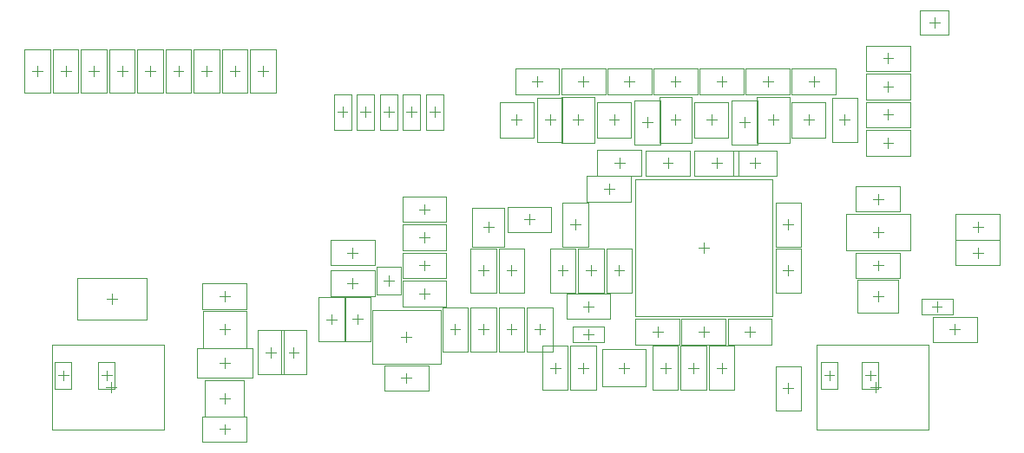
<source format=gbr>
%TF.GenerationSoftware,Altium Limited,Altium Designer,21.0.9 (235)*%
G04 Layer_Color=32768*
%FSLAX45Y45*%
%MOMM*%
%TF.SameCoordinates,23D9C264-9E25-4532-ABEF-1D24AEF7D3CB*%
%TF.FilePolarity,Positive*%
%TF.FileFunction,Other,Mechanical_15*%
%TF.Part,Single*%
G01*
G75*
%TA.AperFunction,NonConductor*%
%ADD150C,0.10000*%
%ADD152C,0.05000*%
D150*
X2375000Y1075000D02*
Y1175000D01*
X2325000Y1125000D02*
X2425000D01*
X6275000Y700000D02*
Y800000D01*
X6225000Y750000D02*
X6325000D01*
X6500000Y3100000D02*
Y3200000D01*
X6450000Y3150000D02*
X6550000D01*
X7450000Y3100000D02*
Y3200000D01*
X7400000Y3150000D02*
X7500000D01*
X8425000Y3125000D02*
Y3225000D01*
X8375000Y3175000D02*
X8475000D01*
X1175000Y675000D02*
X1275000D01*
X1225000Y625000D02*
Y725000D01*
X750000Y675000D02*
X850000D01*
X800000Y625000D02*
Y725000D01*
X8225000Y675000D02*
X8325000D01*
X8275000Y625000D02*
Y725000D01*
X8625000Y675000D02*
X8725000D01*
X8675000Y625000D02*
Y725000D01*
X9300000Y4075000D02*
Y4175000D01*
X9250000Y4125000D02*
X9350000D01*
X5425000Y3500000D02*
Y3600000D01*
X5375000Y3550000D02*
X5475000D01*
X3417339Y1174280D02*
Y1274280D01*
X3367339Y1224280D02*
X3467339D01*
X9450000Y1125000D02*
X9550000D01*
X9500000Y1075000D02*
Y1175000D01*
X5175000Y1650000D02*
Y1750000D01*
X5125000Y1700000D02*
X5225000D01*
X5875000Y1075000D02*
X5975000D01*
X5925000Y1025000D02*
Y1125000D01*
X4625000Y1075000D02*
Y1175000D01*
X4575000Y1125000D02*
X4675000D01*
X1225000Y1425000D02*
X1325000D01*
X1275000Y1375000D02*
Y1475000D01*
X4375000Y3250000D02*
X4475000D01*
X4425000Y3200000D02*
Y3300000D01*
X4510000Y3077500D02*
Y3422500D01*
X4340000Y3077500D02*
Y3422500D01*
X4510000D01*
X4340000Y3077500D02*
X4510000D01*
X2700000Y3650000D02*
X2800000D01*
X2750000Y3600000D02*
Y3700000D01*
X2425000Y3650000D02*
X2525000D01*
X2475000Y3600000D02*
Y3700000D01*
X2150000Y3650000D02*
X2250000D01*
X2200000Y3600000D02*
Y3700000D01*
X1875000Y3650000D02*
X1975000D01*
X1925000Y3600000D02*
Y3700000D01*
X1600000Y3650000D02*
X1700000D01*
X1650000Y3600000D02*
Y3700000D01*
X1325000Y3650000D02*
X1425000D01*
X1375000Y3600000D02*
Y3700000D01*
X1050000Y3650000D02*
X1150000D01*
X1100000Y3600000D02*
Y3700000D01*
X775000Y3650000D02*
X875000D01*
X825000Y3600000D02*
Y3700000D01*
X500000Y3650000D02*
X600000D01*
X550000Y3600000D02*
Y3700000D01*
X8025000Y3175000D02*
X8125000D01*
X8075000Y3125000D02*
Y3225000D01*
X7675000Y3175000D02*
X7775000D01*
X7725000Y3125000D02*
Y3225000D01*
X7075000Y3175000D02*
X7175000D01*
X7125000Y3125000D02*
Y3225000D01*
X6725000Y3175000D02*
X6825000D01*
X6775000Y3125000D02*
Y3225000D01*
X6125000Y3175000D02*
X6225000D01*
X6175000Y3125000D02*
Y3225000D01*
X5775000Y3175000D02*
X5875000D01*
X5825000Y3125000D02*
Y3225000D01*
X8075000Y3550000D02*
X8175000D01*
X8125000Y3500000D02*
Y3600000D01*
X7625000Y3550000D02*
X7725000D01*
X7675000Y3500000D02*
Y3600000D01*
X7175000Y3550000D02*
X7275000D01*
X7225000Y3500000D02*
Y3600000D01*
X6725000Y3550000D02*
X6825000D01*
X6775000Y3500000D02*
Y3600000D01*
X6275000Y3550000D02*
X6375000D01*
X6325000Y3500000D02*
Y3600000D01*
X5825000Y3550000D02*
X5925000D01*
X5875000Y3500000D02*
Y3600000D01*
X5500000Y3175000D02*
X5600000D01*
X5550000Y3125000D02*
Y3225000D01*
X7875000Y1650000D02*
Y1750000D01*
X7825000Y1700000D02*
X7925000D01*
X7875000Y2100000D02*
Y2200000D01*
X7825000Y2150000D02*
X7925000D01*
X7500000Y2750000D02*
X7600000D01*
X7550000Y2700000D02*
Y2800000D01*
X7125000Y2750000D02*
X7225000D01*
X7175000Y2700000D02*
Y2800000D01*
X6650000Y2750000D02*
X6750000D01*
X6700000Y2700000D02*
Y2800000D01*
X6177280Y2755120D02*
X6277280D01*
X6227280Y2705120D02*
Y2805120D01*
X6075000Y2500000D02*
X6175000D01*
X6125000Y2450000D02*
Y2550000D01*
X5800000Y2100000D02*
Y2200000D01*
X5750000Y2150000D02*
X5850000D01*
X5900000Y1700000D02*
X6000000D01*
X5950000Y1650000D02*
Y1750000D01*
X5675000Y1650000D02*
Y1750000D01*
X5625000Y1700000D02*
X5725000D01*
X6175000D02*
X6275000D01*
X6225000Y1650000D02*
Y1750000D01*
X5875000Y1350000D02*
X5975000D01*
X5925000Y1300000D02*
Y1400000D01*
X8850000Y2900000D02*
Y3000000D01*
X8800000Y2950000D02*
X8900000D01*
X8850000Y3175000D02*
Y3275000D01*
X8800000Y3225000D02*
X8900000D01*
X8850000Y3450000D02*
Y3550000D01*
X8800000Y3500000D02*
X8900000D01*
X8850000Y3725000D02*
Y3825000D01*
X8800000Y3775000D02*
X8900000D01*
X9725000Y1825000D02*
Y1925000D01*
X9675000Y1875000D02*
X9775000D01*
X9725000Y2075000D02*
Y2175000D01*
X9675000Y2125000D02*
X9775000D01*
X8700000Y2400000D02*
X8800000D01*
X8750000Y2350000D02*
Y2450000D01*
Y1700000D02*
Y1800000D01*
X8700000Y1750000D02*
X8800000D01*
X9325000Y1300000D02*
Y1400000D01*
X9275000Y1350000D02*
X9375000D01*
X7825000Y550000D02*
X7925000D01*
X7875000Y500000D02*
Y600000D01*
X6950000Y700000D02*
Y800000D01*
X6900000Y750000D02*
X7000000D01*
X7450000Y1100000D02*
X7550000D01*
X7500000Y1050000D02*
Y1150000D01*
X7000000Y1100000D02*
X7100000D01*
X7050000Y1050000D02*
Y1150000D01*
X7225000Y700000D02*
Y800000D01*
X7175000Y750000D02*
X7275000D01*
X6675000Y700000D02*
Y800000D01*
X6625000Y750000D02*
X6725000D01*
X6550000Y1100000D02*
X6650000D01*
X6600000Y1050000D02*
Y1150000D01*
X5875000Y700000D02*
Y800000D01*
X5825000Y750000D02*
X5925000D01*
X5600000Y700000D02*
Y800000D01*
X5550000Y750000D02*
X5650000D01*
X5350000Y2150000D02*
Y2250000D01*
X5300000Y2200000D02*
X5400000D01*
X4950000Y2075000D02*
Y2175000D01*
X4900000Y2125000D02*
X5000000D01*
X4900000Y1650000D02*
Y1750000D01*
X4850000Y1700000D02*
X4950000D01*
X5400000Y1125000D02*
X5500000D01*
X5450000Y1075000D02*
Y1175000D01*
X5125000Y1125000D02*
X5225000D01*
X5175000Y1075000D02*
Y1175000D01*
X4850000Y1125000D02*
X4950000D01*
X4900000Y1075000D02*
Y1175000D01*
X4325000Y2250000D02*
Y2350000D01*
X4275000Y2300000D02*
X4375000D01*
X4325000Y1975000D02*
Y2075000D01*
X4275000Y2025000D02*
X4375000D01*
X4325000Y1700000D02*
Y1800000D01*
X4275000Y1750000D02*
X4375000D01*
X4325000Y1425000D02*
Y1525000D01*
X4275000Y1475000D02*
X4375000D01*
X3925000Y1600000D02*
X4025000D01*
X3975000Y1550000D02*
Y1650000D01*
X4100000Y650000D02*
X4200000D01*
X4150000Y600000D02*
Y700000D01*
X3625000Y1825000D02*
Y1925000D01*
X3575000Y1875000D02*
X3675000D01*
X3625000Y1525000D02*
Y1625000D01*
X3575000Y1575000D02*
X3675000D01*
X3625000Y1225000D02*
X3725000D01*
X3675000Y1175000D02*
Y1275000D01*
X3050000Y850000D02*
Y950000D01*
X3000000Y900000D02*
X3100000D01*
X2825000Y850000D02*
Y950000D01*
X2775000Y900000D02*
X2875000D01*
X2375000Y100000D02*
Y200000D01*
X2325000Y150000D02*
X2425000D01*
X2325000Y450000D02*
X2425000D01*
X2375000Y400000D02*
Y500000D01*
Y750000D02*
Y850000D01*
X2325000Y800000D02*
X2425000D01*
X2375000Y1400000D02*
Y1500000D01*
X2325000Y1450000D02*
X2425000D01*
X4150000Y3250000D02*
X4250000D01*
X4200000Y3200000D02*
Y3300000D01*
X4285000Y3077500D02*
Y3422500D01*
X4115000Y3077500D02*
Y3422500D01*
X4285000D01*
X4115000Y3077500D02*
X4285000D01*
X3925000Y3250000D02*
X4025000D01*
X3975000Y3200000D02*
Y3300000D01*
X4060000Y3077500D02*
Y3422500D01*
X3890000Y3077500D02*
Y3422500D01*
X4060000D01*
X3890000Y3077500D02*
X4060000D01*
X3699976Y3249999D02*
X3799976D01*
X3749976Y3199999D02*
Y3299999D01*
X3834976Y3077499D02*
Y3422499D01*
X3664976Y3077499D02*
Y3422499D01*
X3834976D01*
X3664976Y3077499D02*
X3834976D01*
X3475000Y3250000D02*
X3575000D01*
X3525000Y3200000D02*
Y3300000D01*
X3610000Y3077500D02*
Y3422500D01*
X3440000Y3077500D02*
Y3422500D01*
X3610000D01*
X3440000Y3077500D02*
X3610000D01*
X8730000Y508800D02*
Y608800D01*
X8680000Y558800D02*
X8780000D01*
X1270000Y508800D02*
Y608800D01*
X1220000Y558800D02*
X1320000D01*
X8700000Y2075000D02*
X8800000D01*
X8750000Y2025000D02*
Y2125000D01*
X4150000Y1000000D02*
Y1100000D01*
X4100000Y1050000D02*
X4200000D01*
X5225000Y3125000D02*
Y3225000D01*
X5175000Y3175000D02*
X5275000D01*
X7000000Y1925000D02*
X7100000D01*
X7050000Y1875000D02*
Y1975000D01*
D152*
X8700000Y1450000D02*
X8800000D01*
X8750000Y1400000D02*
Y1500000D01*
X8947500Y1288000D02*
Y1612000D01*
X8552500Y1288000D02*
X8947500D01*
X8552500D02*
Y1612000D01*
X8947500D01*
X2162500Y945000D02*
X2587500D01*
X2162500Y1305000D02*
X2587500D01*
Y945000D02*
Y1305000D01*
X2162500Y945000D02*
Y1305000D01*
X6062500Y570000D02*
X6487500D01*
X6062500Y930000D02*
X6487500D01*
Y570000D02*
Y930000D01*
X6062500Y570000D02*
Y930000D01*
X6375000Y2935000D02*
X6625000D01*
X6375000Y3365000D02*
X6625000D01*
X6375000Y2935000D02*
Y3365000D01*
X6625000Y2935000D02*
Y3365000D01*
X7325000Y2935000D02*
X7575000D01*
X7325000Y3365000D02*
X7575000D01*
X7325000Y2935000D02*
Y3365000D01*
X7575000Y2935000D02*
Y3365000D01*
X8300000Y2960000D02*
X8550000D01*
X8300000Y3390000D02*
X8550000D01*
X8300000Y2960000D02*
Y3390000D01*
X8550000Y2960000D02*
Y3390000D01*
X1305000Y540000D02*
Y810000D01*
X1145000Y540000D02*
Y810000D01*
Y540000D02*
X1305000D01*
X1145000Y810000D02*
X1305000D01*
X880000Y540000D02*
Y810000D01*
X720000Y540000D02*
Y810000D01*
Y540000D02*
X880000D01*
X720000Y810000D02*
X880000D01*
X8355000Y540000D02*
Y810000D01*
X8195000Y540000D02*
Y810000D01*
Y540000D02*
X8355000D01*
X8195000Y810000D02*
X8355000D01*
X8755000Y540000D02*
Y810000D01*
X8595000Y540000D02*
Y810000D01*
Y540000D02*
X8755000D01*
X8595000Y810000D02*
X8755000D01*
X9163000Y4242000D02*
X9437000D01*
X9163000Y4008000D02*
Y4242000D01*
X9437000Y4008000D02*
Y4242000D01*
X9163000Y4008000D02*
X9437000D01*
X5210000Y3675000D02*
X5640000D01*
X5210000Y3425000D02*
X5640000D01*
X5210000D02*
Y3675000D01*
X5640000Y3425000D02*
Y3675000D01*
X3292339Y1009280D02*
X3542339D01*
X3292339Y1439280D02*
X3542339D01*
X3292339Y1009280D02*
Y1439280D01*
X3542339Y1009280D02*
Y1439280D01*
X9715000Y1000000D02*
Y1250000D01*
X9285000Y1000000D02*
Y1250000D01*
Y1000000D02*
X9715000D01*
X9285000Y1250000D02*
X9715000D01*
X5050000Y1485000D02*
X5300000D01*
X5050000Y1915000D02*
X5300000D01*
X5050000Y1485000D02*
Y1915000D01*
X5300000Y1485000D02*
Y1915000D01*
X5772000Y997500D02*
X6078000D01*
Y1152500D01*
X5772000D02*
X6078000D01*
X5772000Y997500D02*
Y1152500D01*
X4500000Y1340000D02*
X4750000D01*
X4500000Y910000D02*
X4750000D01*
Y1340000D01*
X4500000Y910000D02*
Y1340000D01*
X936050Y1220000D02*
Y1630000D01*
X1613950Y1220000D02*
Y1630000D01*
X936050D02*
X1613950D01*
X936050Y1220000D02*
X1613950D01*
X2875000Y3435000D02*
Y3865000D01*
X2625000Y3435000D02*
Y3865000D01*
Y3435000D02*
X2875000D01*
X2625000Y3865000D02*
X2875000D01*
X2600000Y3435000D02*
Y3865000D01*
X2350000Y3435000D02*
Y3865000D01*
Y3435000D02*
X2600000D01*
X2350000Y3865000D02*
X2600000D01*
X2075000Y3435000D02*
Y3865000D01*
X2325000Y3435000D02*
Y3865000D01*
X2075000D02*
X2325000D01*
X2075000Y3435000D02*
X2325000D01*
X1800000D02*
Y3865000D01*
X2050000Y3435000D02*
Y3865000D01*
X1800000D02*
X2050000D01*
X1800000Y3435000D02*
X2050000D01*
X1525000D02*
Y3865000D01*
X1775000Y3435000D02*
Y3865000D01*
X1525000D02*
X1775000D01*
X1525000Y3435000D02*
X1775000D01*
X1500000D02*
Y3865000D01*
X1250000Y3435000D02*
Y3865000D01*
Y3435000D02*
X1500000D01*
X1250000Y3865000D02*
X1500000D01*
X975000Y3435000D02*
Y3865000D01*
X1225000Y3435000D02*
Y3865000D01*
X975000D02*
X1225000D01*
X975000Y3435000D02*
X1225000D01*
X700000D02*
Y3865000D01*
X950000Y3435000D02*
Y3865000D01*
X700000D02*
X950000D01*
X700000Y3435000D02*
X950000D01*
X675000Y3435000D02*
Y3865000D01*
X425000Y3435000D02*
Y3865000D01*
Y3435000D02*
X675000D01*
X425000Y3865000D02*
X675000D01*
X7910000Y3000000D02*
Y3350000D01*
X8240000Y3000000D02*
Y3350000D01*
X7910000Y3000000D02*
X8240000D01*
X7910000Y3350000D02*
X8240000D01*
X7885000Y2950000D02*
Y3400000D01*
X7565000Y2950000D02*
Y3400000D01*
X7885000D01*
X7565000Y2950000D02*
X7885000D01*
X6960000Y3000000D02*
Y3350000D01*
X7290000Y3000000D02*
Y3350000D01*
X6960000Y3000000D02*
X7290000D01*
X6960000Y3350000D02*
X7290000D01*
X6935000Y2950000D02*
Y3400000D01*
X6615000Y2950000D02*
Y3400000D01*
X6935000D01*
X6615000Y2950000D02*
X6935000D01*
X6010000Y3000000D02*
Y3350000D01*
X6340000Y3000000D02*
Y3350000D01*
X6010000Y3000000D02*
X6340000D01*
X6010000Y3350000D02*
X6340000D01*
X5665000Y2950000D02*
Y3400000D01*
X5985000Y2950000D02*
Y3400000D01*
X5665000Y2950000D02*
X5985000D01*
X5665000Y3400000D02*
X5985000D01*
X8340000Y3425000D02*
Y3675000D01*
X7910000Y3425000D02*
Y3675000D01*
Y3425000D02*
X8340000D01*
X7910000Y3675000D02*
X8340000D01*
X7460000Y3425000D02*
Y3675000D01*
X7890000Y3425000D02*
Y3675000D01*
X7460000D02*
X7890000D01*
X7460000Y3425000D02*
X7890000D01*
X7440000D02*
Y3675000D01*
X7010000Y3425000D02*
Y3675000D01*
Y3425000D02*
X7440000D01*
X7010000Y3675000D02*
X7440000D01*
X6560000Y3425000D02*
Y3675000D01*
X6990000Y3425000D02*
Y3675000D01*
X6560000D02*
X6990000D01*
X6560000Y3425000D02*
X6990000D01*
X6540000D02*
Y3675000D01*
X6110000Y3425000D02*
Y3675000D01*
Y3425000D02*
X6540000D01*
X6110000Y3675000D02*
X6540000D01*
X5660000Y3425000D02*
Y3675000D01*
X6090000Y3425000D02*
Y3675000D01*
X5660000D02*
X6090000D01*
X5660000Y3425000D02*
X6090000D01*
X5675000Y2960000D02*
Y3390000D01*
X5425000Y2960000D02*
Y3390000D01*
X5675000D01*
X5425000Y2960000D02*
X5675000D01*
X7750000Y1915000D02*
X8000000D01*
X7750000Y1485000D02*
X8000000D01*
Y1915000D01*
X7750000Y1485000D02*
Y1915000D01*
Y1935000D02*
X8000000D01*
X7750000Y2365000D02*
X8000000D01*
X7750000Y1935000D02*
Y2365000D01*
X8000000Y1935000D02*
Y2365000D01*
X7335000Y2625000D02*
Y2875000D01*
X7765000Y2625000D02*
Y2875000D01*
X7335000D02*
X7765000D01*
X7335000Y2625000D02*
X7765000D01*
X7390000D02*
Y2875000D01*
X6960000Y2625000D02*
Y2875000D01*
Y2625000D02*
X7390000D01*
X6960000Y2875000D02*
X7390000D01*
X6915000Y2625000D02*
Y2875000D01*
X6485000Y2625000D02*
Y2875000D01*
Y2625000D02*
X6915000D01*
X6485000Y2875000D02*
X6915000D01*
X6012280Y2630120D02*
Y2880120D01*
X6442280Y2630120D02*
Y2880120D01*
X6012280D02*
X6442280D01*
X6012280Y2630120D02*
X6442280D01*
X6340000Y2375000D02*
Y2625000D01*
X5910000Y2375000D02*
Y2625000D01*
Y2375000D02*
X6340000D01*
X5910000Y2625000D02*
X6340000D01*
X5675000Y2365000D02*
X5925000D01*
X5675000Y1935000D02*
X5925000D01*
Y2365000D01*
X5675000Y1935000D02*
Y2365000D01*
X5825000Y1485000D02*
Y1915000D01*
X6075000Y1485000D02*
Y1915000D01*
X5825000Y1485000D02*
X6075000D01*
X5825000Y1915000D02*
X6075000D01*
X5550000Y1915000D02*
X5800000D01*
X5550000Y1485000D02*
X5800000D01*
Y1915000D01*
X5550000Y1485000D02*
Y1915000D01*
X6100000Y1485000D02*
Y1915000D01*
X6350000Y1485000D02*
Y1915000D01*
X6100000Y1485000D02*
X6350000D01*
X6100000Y1915000D02*
X6350000D01*
X5710000Y1225000D02*
Y1475000D01*
X6140000Y1225000D02*
Y1475000D01*
X5710000D02*
X6140000D01*
X5710000Y1225000D02*
X6140000D01*
X8635000Y3075000D02*
X9065000D01*
X8635000Y2825000D02*
X9065000D01*
X8635000D02*
Y3075000D01*
X9065000Y2825000D02*
Y3075000D01*
X8635000Y3350000D02*
X9065000D01*
X8635000Y3100000D02*
X9065000D01*
X8635000D02*
Y3350000D01*
X9065000Y3100000D02*
Y3350000D01*
X8635000Y3625000D02*
X9065000D01*
X8635000Y3375000D02*
X9065000D01*
X8635000D02*
Y3625000D01*
X9065000Y3375000D02*
Y3625000D01*
X8635000Y3900000D02*
X9065000D01*
X8635000Y3650000D02*
X9065000D01*
X8635000D02*
Y3900000D01*
X9065000Y3650000D02*
Y3900000D01*
X9510000Y2000000D02*
X9940000D01*
X9510000Y1750000D02*
X9940000D01*
Y2000000D01*
X9510000Y1750000D02*
Y2000000D01*
Y2250000D02*
X9940000D01*
X9510000Y2000000D02*
X9940000D01*
Y2250000D01*
X9510000Y2000000D02*
Y2250000D01*
X8535000Y2275000D02*
Y2525000D01*
X8965000Y2275000D02*
Y2525000D01*
X8535000D02*
X8965000D01*
X8535000Y2275000D02*
X8965000D01*
X8535000Y1625000D02*
X8965000D01*
X8535000Y1875000D02*
X8965000D01*
Y1625000D02*
Y1875000D01*
X8535000Y1625000D02*
Y1875000D01*
X9478000Y1272500D02*
Y1427500D01*
X9172000Y1272500D02*
X9478000D01*
X9172000D02*
Y1427500D01*
X9478000D01*
X7750000Y335000D02*
Y765000D01*
X8000000Y335000D02*
Y765000D01*
X7750000Y335000D02*
X8000000D01*
X7750000Y765000D02*
X8000000D01*
X6825000Y965000D02*
X7075000D01*
X6825000Y535000D02*
X7075000D01*
Y965000D01*
X6825000Y535000D02*
Y965000D01*
X7715000Y975000D02*
Y1225000D01*
X7285000Y975000D02*
Y1225000D01*
Y975000D02*
X7715000D01*
X7285000Y1225000D02*
X7715000D01*
X7265000Y975000D02*
Y1225000D01*
X6835000Y975000D02*
Y1225000D01*
Y975000D02*
X7265000D01*
X6835000Y1225000D02*
X7265000D01*
X7100000Y535000D02*
X7350000D01*
X7100000Y965000D02*
X7350000D01*
X7100000Y535000D02*
Y965000D01*
X7350000Y535000D02*
Y965000D01*
X6550000Y965000D02*
X6800000D01*
X6550000Y535000D02*
X6800000D01*
Y965000D01*
X6550000Y535000D02*
Y965000D01*
X6385000Y975000D02*
Y1225000D01*
X6815000Y975000D02*
Y1225000D01*
X6385000D02*
X6815000D01*
X6385000Y975000D02*
X6815000D01*
X5750000Y965000D02*
X6000000D01*
X5750000Y535000D02*
X6000000D01*
Y965000D01*
X5750000Y535000D02*
Y965000D01*
X5475000Y535000D02*
X5725000D01*
X5475000Y965000D02*
X5725000D01*
X5475000Y535000D02*
Y965000D01*
X5725000Y535000D02*
Y965000D01*
X5135000Y2325000D02*
X5565000D01*
X5135000Y2075000D02*
X5565000D01*
X5135000D02*
Y2325000D01*
X5565000Y2075000D02*
Y2325000D01*
X5106000Y1935000D02*
Y2315000D01*
X4794000Y1935000D02*
Y2315000D01*
Y1935000D02*
X5106000D01*
X4794000Y2315000D02*
X5106000D01*
X4775000Y1915000D02*
X5025000D01*
X4775000Y1485000D02*
X5025000D01*
Y1915000D01*
X4775000Y1485000D02*
Y1915000D01*
X5575000Y910000D02*
Y1340000D01*
X5325000Y910000D02*
Y1340000D01*
X5575000D01*
X5325000Y910000D02*
X5575000D01*
X5300000D02*
Y1340000D01*
X5050000Y910000D02*
Y1340000D01*
X5300000D01*
X5050000Y910000D02*
X5300000D01*
X5025000D02*
Y1340000D01*
X4775000Y910000D02*
Y1340000D01*
X5025000D01*
X4775000Y910000D02*
X5025000D01*
X4110000Y2175000D02*
X4540000D01*
X4110000Y2425000D02*
X4540000D01*
Y2175000D02*
Y2425000D01*
X4110000Y2175000D02*
Y2425000D01*
Y1900000D02*
X4540000D01*
X4110000Y2150000D02*
X4540000D01*
Y1900000D02*
Y2150000D01*
X4110000Y1900000D02*
Y2150000D01*
Y1875000D02*
X4540000D01*
X4110000Y1625000D02*
X4540000D01*
X4110000D02*
Y1875000D01*
X4540000Y1625000D02*
Y1875000D01*
X4110000Y1600000D02*
X4540000D01*
X4110000Y1350000D02*
X4540000D01*
X4110000D02*
Y1600000D01*
X4540000Y1350000D02*
Y1600000D01*
X3855000Y1462500D02*
Y1737500D01*
X4095000Y1462500D02*
Y1737500D01*
X3855000Y1462500D02*
X4095000D01*
X3855000Y1737500D02*
X4095000D01*
X4365000Y525000D02*
Y775000D01*
X3935000Y525000D02*
Y775000D01*
Y525000D02*
X4365000D01*
X3935000Y775000D02*
X4365000D01*
X3410000Y2000000D02*
X3840000D01*
X3410000Y1750000D02*
X3840000D01*
X3410000D02*
Y2000000D01*
X3840000Y1750000D02*
Y2000000D01*
X3410000Y1700000D02*
X3840000D01*
X3410000Y1450000D02*
X3840000D01*
X3410000D02*
Y1700000D01*
X3840000Y1450000D02*
Y1700000D01*
X3800000Y1010000D02*
Y1440000D01*
X3550000Y1010000D02*
Y1440000D01*
X3800000D01*
X3550000Y1010000D02*
X3800000D01*
X2925000Y1115000D02*
X3175000D01*
X2925000Y685000D02*
X3175000D01*
Y1115000D01*
X2925000Y685000D02*
Y1115000D01*
X2700000D02*
X2950000D01*
X2700000Y685000D02*
X2950000D01*
Y1115000D01*
X2700000Y685000D02*
Y1115000D01*
X2160000Y25000D02*
X2590000D01*
X2160000Y275000D02*
X2590000D01*
Y25000D02*
Y275000D01*
X2160000Y25000D02*
Y275000D01*
X2567500D02*
Y625000D01*
X2182500Y275000D02*
Y625000D01*
Y275000D02*
X2567500D01*
X2182500Y625000D02*
X2567500D01*
X2105000Y655000D02*
X2645000D01*
X2105000Y945000D02*
X2645000D01*
Y655000D02*
Y945000D01*
X2105000Y655000D02*
Y945000D01*
X2160000Y1575000D02*
X2590000D01*
X2160000Y1325000D02*
X2590000D01*
X2160000D02*
Y1575000D01*
X2590000Y1325000D02*
Y1575000D01*
X8155012Y143794D02*
Y973794D01*
Y143794D02*
X9247992D01*
X8155012Y973794D02*
X9247992D01*
Y143794D02*
Y973798D01*
X695012Y143794D02*
Y973794D01*
Y143794D02*
X1787992D01*
X695012Y973794D02*
X1787992D01*
Y143794D02*
Y973798D01*
X9062500Y1900000D02*
Y2250000D01*
X8437500Y1900000D02*
Y2250000D01*
Y1900000D02*
X9062500D01*
X8437500Y2250000D02*
X9062500D01*
X3815000Y1310000D02*
X4485000D01*
X3815000Y790000D02*
X4485000D01*
X3815000D02*
Y1310000D01*
X4485000Y790000D02*
Y1310000D01*
X5060000Y3350000D02*
X5390000D01*
X5060000Y3000000D02*
X5390000D01*
Y3350000D01*
X5060000Y3000000D02*
Y3350000D01*
X6380000Y1255000D02*
Y2595000D01*
X7720000Y1255000D02*
Y2595000D01*
X6380000D02*
X7720000D01*
X6380000Y1255000D02*
X7720000D01*
%TF.MD5,8ce632ac4e0f2a7243cc655ecb00d5d2*%
M02*

</source>
